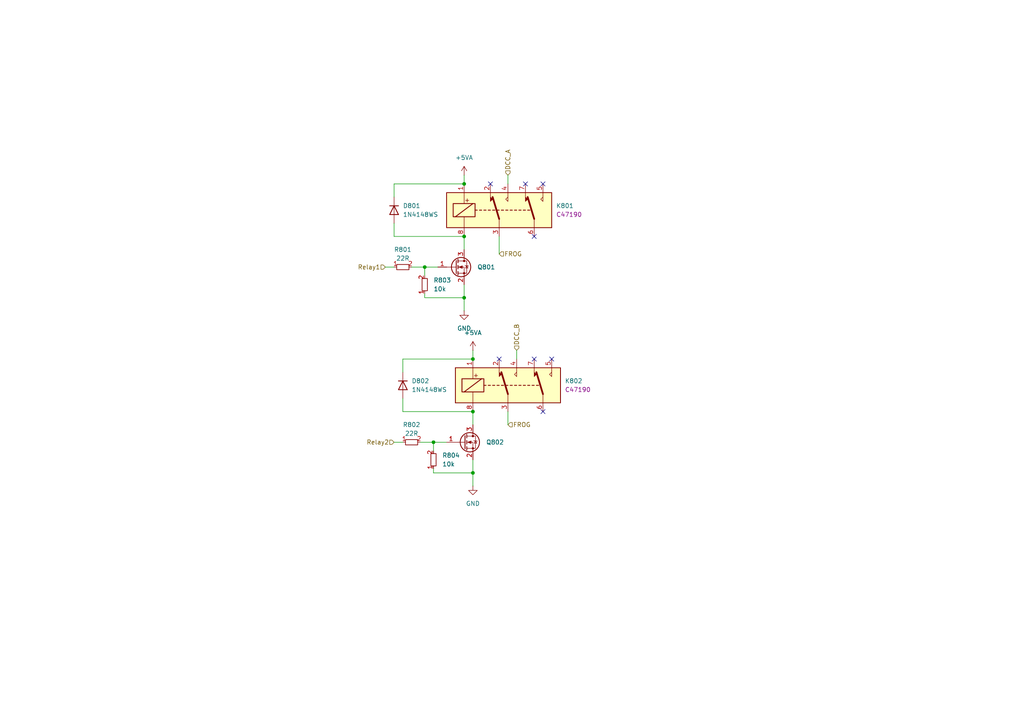
<source format=kicad_sch>
(kicad_sch (version 20231120) (generator "eeschema") (generator_version "8.0")
  (paper "A4")
  (title_block (company "Train-Science"))
  (lib_symbols
    (symbol "custom_kicad_lib_sk:1N4148WS" (pin_numbers hide) (pin_names hide)
      (property "Reference" "D" (at 0 2.54 0))
      (property "Value" "1N4148WS" (at 0 -2.54 0))
      (symbol "1N4148WS_0_1"
        (polyline (pts (xy -1.27 1.27) (xy -1.27 -1.27)) (stroke (width 0.254)))
        (polyline (pts (xy 1.27 0) (xy -1.27 0)))
        (polyline (pts (xy 1.27 1.27) (xy 1.27 -1.27) (xy -1.27 0) (xy 1.27 1.27)) (stroke (width 0.254)))
      )
      (symbol "1N4148WS_1_1"
        (pin passive line (at -3.81 0 0) (length 2.54) (name "K") (number "1"))
        (pin passive line (at 3.81 0 180) (length 2.54) (name "A") (number "2"))
      )
    )
    (symbol "custom_kicad_lib_sk:AO3400A" (pin_names hide)
      (property "Reference" "Q" (at 5.08 1.905 0))
      (symbol "AO3400A_0_1"
        (polyline (pts (xy 0.254 0) (xy -2.54 0)))
        (polyline (pts (xy 0.254 1.905) (xy 0.254 -1.905)) (stroke (width 0.254)))
        (polyline (pts (xy 0.762 -1.27) (xy 0.762 -2.286)) (stroke (width 0.254)))
        (polyline (pts (xy 0.762 0.508) (xy 0.762 -0.508)) (stroke (width 0.254)))
        (polyline (pts (xy 0.762 2.286) (xy 0.762 1.27)) (stroke (width 0.254)))
        (polyline (pts (xy 2.54 2.54) (xy 2.54 1.778)))
        (polyline (pts (xy 2.54 -2.54) (xy 2.54 0) (xy 0.762 0)))
        (polyline (pts (xy 0.762 -1.778) (xy 3.302 -1.778) (xy 3.302 1.778) (xy 0.762 1.778)))
        (polyline (pts (xy 1.016 0) (xy 2.032 0.381) (xy 2.032 -0.381) (xy 1.016 0)) (fill (type outline)))
        (polyline (pts (xy 2.794 0.508) (xy 2.921 0.381) (xy 3.683 0.381) (xy 3.81 0.254)))
        (polyline (pts (xy 3.302 0.381) (xy 2.921 -0.254) (xy 3.683 -0.254) (xy 3.302 0.381)))
        (circle (center 1.651 0) (radius 2.794) (stroke (width 0.254)))
        (circle (center 2.54 -1.778) (radius 0.254) (fill (type outline)))
        (circle (center 2.54 1.778) (radius 0.254) (fill (type outline)))
      )
      (symbol "AO3400A_1_1"
        (pin input line (at -5.08 0 0) (length 2.54) (name "G") (number "1"))
        (pin passive line (at 2.54 -5.08 90) (length 2.54) (name "S") (number "2"))
        (pin passive line (at 2.54 5.08 270) (length 2.54) (name "D") (number "3"))
      )
    )
    (symbol "custom_kicad_lib_sk:G6K-2"
      (property "Reference" "K" (at 16.51 3.81 0))
      (property "JLCPCB Part#" "C47190" (at 0 0 0))
      (symbol "G6K-2_0_0"
        (text "+" (at -9.271 2.921 0) (effects (font (size 1.27 1.27))))
      )
      (symbol "G6K-2_0_1"
        (rectangle (start -15.24 5.08) (end 15.24 -5.08) (stroke (width 0.254)) (fill (type background)))
        (rectangle (start -13.335 1.905) (end -6.985 -1.905) (stroke (width 0.254)))
        (polyline (pts (xy -12.7 -1.905) (xy -7.62 1.905)) (stroke (width 0.254)))
        (polyline (pts (xy -10.16 -5.08) (xy -10.16 -1.905)))
        (polyline (pts (xy -10.16 5.08) (xy -10.16 1.905)))
        (polyline (pts (xy -6.985 0) (xy -6.35 0)) (stroke (width 0.254)))
        (polyline (pts (xy -5.715 0) (xy -5.08 0)) (stroke (width 0.254)))
        (polyline (pts (xy -4.445 0) (xy -3.81 0)) (stroke (width 0.254)))
        (polyline (pts (xy -3.175 0) (xy -2.54 0)) (stroke (width 0.254)))
        (polyline (pts (xy -1.905 0) (xy -1.27 0)) (stroke (width 0.254)))
        (polyline (pts (xy -0.635 0) (xy 0 0)) (stroke (width 0.254)))
        (polyline (pts (xy 0 -2.54) (xy -1.905 3.81)) (stroke (width 0.508)))
        (polyline (pts (xy 0 -2.54) (xy 0 -5.08)))
        (polyline (pts (xy 0.635 0) (xy 1.27 0)) (stroke (width 0.254)))
        (polyline (pts (xy 1.905 0) (xy 2.54 0)) (stroke (width 0.254)))
        (polyline (pts (xy 3.175 0) (xy 3.81 0)) (stroke (width 0.254)))
        (polyline (pts (xy 4.445 0) (xy 5.08 0)) (stroke (width 0.254)))
        (polyline (pts (xy 5.715 0) (xy 6.35 0)) (stroke (width 0.254)))
        (polyline (pts (xy 6.985 0) (xy 7.62 0)) (stroke (width 0.254)))
        (polyline (pts (xy 8.255 0) (xy 8.89 0)) (stroke (width 0.254)))
        (polyline (pts (xy 10.16 -2.54) (xy 8.255 3.81)) (stroke (width 0.508)))
        (polyline (pts (xy 10.16 -2.54) (xy 10.16 -5.08)))
        (polyline (pts (xy -2.54 5.08) (xy -2.54 2.54) (xy -1.905 3.175) (xy -2.54 3.81)) (fill (type outline)))
        (polyline (pts (xy 2.54 5.08) (xy 2.54 2.54) (xy 1.905 3.175) (xy 2.54 3.81)))
        (polyline (pts (xy 7.62 5.08) (xy 7.62 2.54) (xy 8.255 3.175) (xy 7.62 3.81)) (fill (type outline)))
        (polyline (pts (xy 12.7 5.08) (xy 12.7 2.54) (xy 12.065 3.175) (xy 12.7 3.81)))
      )
      (symbol "G6K-2_1_1"
        (pin passive line (at -10.16 7.62 270) (length 2.54) (name "~") (number "1"))
        (pin passive line (at -2.54 7.62 270) (length 2.54) (name "~") (number "2"))
        (pin passive line (at 0 -7.62 90) (length 2.54) (name "~") (number "3"))
        (pin passive line (at 2.54 7.62 270) (length 2.54) (name "~") (number "4"))
        (pin passive line (at 12.7 7.62 270) (length 2.54) (name "~") (number "5"))
        (pin passive line (at 10.16 -7.62 90) (length 2.54) (name "~") (number "6"))
        (pin passive line (at 7.62 7.62 270) (length 2.54) (name "~") (number "7"))
        (pin passive line (at -10.16 -7.62 90) (length 2.54) (name "~") (number "8"))
      )
    )
    (symbol "power:+5VA" (power) (pin_numbers hide) (pin_names (offset 0) hide)
      (property "Value" "+5VA" (at 0 3.556 0))
      (symbol "+5VA_0_1"
        (polyline (pts (xy -0.762 1.27) (xy 0 2.54)))
        (polyline (pts (xy 0 0) (xy 0 2.54)))
        (polyline (pts (xy 0 2.54) (xy 0.762 1.27)))
      )
      (symbol "+5VA_1_1"
        (pin power_in line (at 0 0 90) (length 0) (name "~") (number "1"))
      )
    )
    (symbol "power:GND" (power) (pin_numbers hide) (pin_names (offset 0) hide)
      (property "Value" "GND" (at 0 -3.81 0))
      (symbol "GND_0_1"
        (polyline (pts (xy 0 0) (xy 0 -1.27) (xy 1.27 -1.27) (xy 0 -2.54) (xy -1.27 -1.27) (xy 0 -1.27)))
      )
      (symbol "GND_1_1"
        (pin power_in line (at 0 0 270) (length 0) (name "~") (number "1"))
      )
    )
    (symbol "resistors_0603:R_10k_0603"
      (property "Reference" "R" (at 1.27 2.54 0))
      (property "Value" "10k" (at 2.54 -2.54 0))
      (symbol "R_10k_0603_0_1"
        (rectangle (start -0.762 1.778) (end 0.762 -1.778) (stroke (width 0.2032)))
      )
      (symbol "R_10k_0603_1_1"
        (pin passive line (at 0 2.54 270) (length 0.762) (name "~") (number "1"))
        (pin passive line (at 0 -2.54 90) (length 0.762) (name "~") (number "2"))
      )
    )
    (symbol "resistors_0603:R_22R_0603"
      (property "Reference" "R" (at 1.27 2.54 0))
      (property "Value" "22R" (at 2.54 -2.54 0))
      (symbol "R_22R_0603_0_1"
        (rectangle (start -0.762 1.778) (end 0.762 -1.778) (stroke (width 0.2032)))
      )
      (symbol "R_22R_0603_1_1"
        (pin passive line (at 0 2.54 270) (length 0.762) (name "~") (number "1"))
        (pin passive line (at 0 -2.54 90) (length 0.762) (name "~") (number "2"))
      )
    )
  )
  (junction (at 137.16 137.16))
  (junction (at 134.62 68.58))
  (junction (at 137.16 119.38))
  (junction (at 137.16 104.14))
  (junction (at 134.62 53.34))
  (junction (at 134.62 86.36))
  (junction (at 123.19 77.47))
  (junction (at 125.73 128.27))
  (no_connect (at 144.78 104.14))
  (no_connect (at 154.94 104.14))
  (no_connect (at 154.94 68.58))
  (no_connect (at 152.4 53.34))
  (no_connect (at 157.48 53.34))
  (no_connect (at 142.24 53.34))
  (no_connect (at 157.48 119.38))
  (no_connect (at 160.02 104.14))
  (wire (pts (xy 114.3 64.77) (xy 114.3 68.58)))
  (wire (pts (xy 123.19 86.36) (xy 134.62 86.36)))
  (wire (pts (xy 125.73 137.16) (xy 125.73 135.89)))
  (wire (pts (xy 125.73 128.27) (xy 129.54 128.27)))
  (wire (pts (xy 111.76 77.47) (xy 114.3 77.47)))
  (wire (pts (xy 123.19 86.36) (xy 123.19 85.09)))
  (wire (pts (xy 134.62 53.34) (xy 114.3 53.34)))
  (wire (pts (xy 116.84 104.14) (xy 116.84 107.95)))
  (wire (pts (xy 121.92 128.27) (xy 125.73 128.27)))
  (wire (pts (xy 137.16 140.97) (xy 137.16 137.16)))
  (wire (pts (xy 134.62 50.8) (xy 134.62 53.34)))
  (wire (pts (xy 134.62 90.17) (xy 134.62 86.36)))
  (wire (pts (xy 116.84 119.38) (xy 137.16 119.38)))
  (wire (pts (xy 123.19 77.47) (xy 127 77.47)))
  (wire (pts (xy 134.62 68.58) (xy 134.62 72.39)))
  (wire (pts (xy 147.32 119.38) (xy 147.32 123.19)))
  (wire (pts (xy 114.3 68.58) (xy 134.62 68.58)))
  (wire (pts (xy 137.16 104.14) (xy 116.84 104.14)))
  (wire (pts (xy 147.32 50.8) (xy 147.32 53.34)))
  (wire (pts (xy 134.62 82.55) (xy 134.62 86.36)))
  (wire (pts (xy 125.73 128.27) (xy 125.73 130.81)))
  (wire (pts (xy 137.16 119.38) (xy 137.16 123.19)))
  (wire (pts (xy 114.3 53.34) (xy 114.3 57.15)))
  (wire (pts (xy 116.84 115.57) (xy 116.84 119.38)))
  (wire (pts (xy 123.19 77.47) (xy 123.19 80.01)))
  (wire (pts (xy 144.78 68.58) (xy 144.78 73.66)))
  (wire (pts (xy 119.38 77.47) (xy 123.19 77.47)))
  (wire (pts (xy 114.3 128.27) (xy 116.84 128.27)))
  (wire (pts (xy 137.16 133.35) (xy 137.16 137.16)))
  (wire (pts (xy 137.16 101.6) (xy 137.16 104.14)))
  (wire (pts (xy 149.86 101.6) (xy 149.86 104.14)))
  (wire (pts (xy 125.73 137.16) (xy 137.16 137.16)))
  (hierarchical_label "DCC_B" (shape input) (at 149.86 101.6 90))
  (hierarchical_label "Relay2" (shape input) (at 114.3 128.27 180))
  (hierarchical_label "DCC_A" (shape input) (at 147.32 50.8 90))
  (hierarchical_label "FROG" (shape input) (at 147.32 123.19 0))
  (hierarchical_label "FROG" (shape input) (at 144.78 73.66 0))
  (hierarchical_label "Relay1" (shape input) (at 111.76 77.47 180))
  (symbol (lib_id "power:GND") (at 137.16 140.97 0) (unit 1)
    (property "Reference" "#PWR0804" (effects (hide yes)))
    (property "Value" "GND" (at 137.16 146.05 0))
    (property "Description" "Power symbol creates a global label with name \"GND\" , ground" (effects (hide yes)))
    (instances (project "OS-ServoDriver" (path "" (reference "#PWR0804") (unit 1)) (path "" (reference "#PWR0904") (unit 1)) (path "" (reference "#PWR01004") (unit 1)) (path "" (reference "#PWR01104") (unit 1))))
  )
  (symbol (lib_id "resistors_0603:R_10k_0603") (at 125.73 133.35 180) (unit 1)
    (property "Reference" "R804" (at 128.27 132.08 0) (effects (justify right)))
    (property "Value" "10k" (at 128.27 134.62 0) (effects (justify right)))
    (property "Footprint" "custom_kicad_lib_sk:R_0603_smalltext" (effects (hide yes)))
    (property "JLCPCB Part#" "C25804" (effects (hide yes)))
    (instances (project "OS-ServoDriver" (path "" (reference "R804") (unit 1)) (path "" (reference "R907") (unit 1)) (path "" (reference "R1004") (unit 1)) (path "" (reference "R1104") (unit 1))))
  )
  (symbol (lib_id "power:+5VA") (at 134.62 50.8 0) (unit 1)
    (property "Reference" "#PWR0901" (effects (hide yes)))
    (property "Value" "+5VA" (at 134.62 45.72 0))
    (property "Description" "Power symbol creates a global label with name \"+5VA\"" (effects (hide yes)))
    (instances (project "OS-ServoDriver" (path "" (reference "#PWR0901") (unit 1)) (path "" (reference "#PWR0801") (unit 1)) (path "" (reference "#PWR01001") (unit 1)) (path "" (reference "#PWR01101") (unit 1))))
  )
  (symbol (lib_id "resistors_0603:R_22R_0603") (at 119.38 128.27 90) (unit 1)
    (property "Reference" "R802" (at 119.38 123.19 90))
    (property "Value" "22R" (at 119.38 125.73 90))
    (property "Footprint" "custom_kicad_lib_sk:R_0603_smalltext" (effects (hide yes)))
    (property "JLCPCB Part#" "C23345" (effects (hide yes)))
    (instances (project "OS-ServoDriver" (path "" (reference "R802") (unit 1)) (path "" (reference "R905") (unit 1)) (path "" (reference "R1002") (unit 1)) (path "" (reference "R1102") (unit 1))))
  )
  (symbol (lib_id "resistors_0603:R_22R_0603") (at 116.84 77.47 90) (unit 1)
    (property "Reference" "R801" (at 116.84 72.39 90))
    (property "Value" "22R" (at 116.84 74.93 90))
    (property "Footprint" "custom_kicad_lib_sk:R_0603_smalltext" (effects (hide yes)))
    (property "JLCPCB Part#" "C23345" (effects (hide yes)))
    (instances (project "OS-ServoDriver" (path "" (reference "R801") (unit 1)) (path "" (reference "R904") (unit 1)) (path "" (reference "R1001") (unit 1)) (path "" (reference "R1101") (unit 1))))
  )
  (symbol (lib_id "custom_kicad_lib_sk:1N4148WS") (at 114.3 60.96 270) (unit 1)
    (property "Reference" "D801" (at 116.84 59.69 90) (effects (justify left)))
    (property "Value" "1N4148WS" (at 116.84 62.23 90) (effects (justify left)))
    (property "Footprint" "Diode_SMD:D_SOD-323" (effects (hide yes)))
    (property "Datasheet" "https://www.vishay.com/docs/85751/1n4148ws.pdf" (effects (hide yes)))
    (property "Sim.Device" "D" (effects (hide yes)))
    (property "Sim.Pins" "1=K 2=A" (effects (hide yes)))
    (property "JLCPCB Part#" "C2128" (effects (hide yes)))
    (instances (project "OS-ServoDriver" (path "" (reference "D801") (unit 1)) (path "" (reference "D901") (unit 1)) (path "" (reference "D1001") (unit 1)) (path "" (reference "D1101") (unit 1))))
  )
  (symbol (lib_id "power:GND") (at 134.62 90.17 0) (unit 1)
    (property "Reference" "#PWR0902" (effects (hide yes)))
    (property "Value" "GND" (at 134.62 95.25 0))
    (property "Description" "Power symbol creates a global label with name \"GND\" , ground" (effects (hide yes)))
    (instances (project "OS-ServoDriver" (path "" (reference "#PWR0902") (unit 1)) (path "" (reference "#PWR0802") (unit 1)) (path "" (reference "#PWR01002") (unit 1)) (path "" (reference "#PWR01102") (unit 1))))
  )
  (symbol (lib_id "custom_kicad_lib_sk:1N4148WS") (at 116.84 111.76 270) (unit 1)
    (property "Reference" "D802" (at 119.38 110.49 90) (effects (justify left)))
    (property "Value" "1N4148WS" (at 119.38 113.03 90) (effects (justify left)))
    (property "Footprint" "Diode_SMD:D_SOD-323" (effects (hide yes)))
    (property "Datasheet" "https://www.vishay.com/docs/85751/1n4148ws.pdf" (effects (hide yes)))
    (property "Sim.Device" "D" (effects (hide yes)))
    (property "Sim.Pins" "1=K 2=A" (effects (hide yes)))
    (property "JLCPCB Part#" "C2128" (effects (hide yes)))
    (instances (project "OS-ServoDriver" (path "" (reference "D802") (unit 1)) (path "" (reference "D902") (unit 1)) (path "" (reference "D1002") (unit 1)) (path "" (reference "D1102") (unit 1))))
  )
  (symbol (lib_id "custom_kicad_lib_sk:G6K-2") (at 144.78 60.96 0) (unit 1)
    (property "Reference" "K801" (at 161.29 59.69 0) (effects (justify left)))
    (property "Value" "G6K-2F-Y-TR DC5" (effects (hide yes)))
    (property "Footprint" "Relay_SMD:Relay_DPDT_Omron_G6K-2F-Y" (effects (hide yes)))
    (property "Datasheet" "http://omronfs.omron.com/en_US/ecb/products/pdf/en-g6k.pdf" (effects (hide yes)))
    (property "JLCPCB Part#" "C47190" (at 161.29 62.23 0) (effects (justify left)))
    (instances (project "OS-ServoDriver" (path "" (reference "K801") (unit 1)) (path "" (reference "K901") (unit 1)) (path "" (reference "K1001") (unit 1)) (path "" (reference "K1101") (unit 1))))
  )
  (symbol (lib_id "custom_kicad_lib_sk:G6K-2") (at 147.32 111.76 0) (unit 1)
    (property "Reference" "K802" (at 163.83 110.49 0) (effects (justify left)))
    (property "Value" "G6K-2F-Y-TR DC5" (effects (hide yes)))
    (property "Footprint" "Relay_SMD:Relay_DPDT_Omron_G6K-2F-Y" (effects (hide yes)))
    (property "Datasheet" "http://omronfs.omron.com/en_US/ecb/products/pdf/en-g6k.pdf" (effects (hide yes)))
    (property "JLCPCB Part#" "C47190" (at 163.83 113.03 0) (effects (justify left)))
    (instances (project "OS-ServoDriver" (path "" (reference "K802") (unit 1)) (path "" (reference "K902") (unit 1)) (path "" (reference "K1002") (unit 1)) (path "" (reference "K1102") (unit 1))))
  )
  (symbol (lib_id "custom_kicad_lib_sk:AO3400A") (at 134.62 128.27 0) (unit 1)
    (property "Reference" "Q802" (at 140.97 128.27 0) (effects (font (size 1.28 1.28)) (justify left)))
    (property "Value" "AO3400A" (effects (hide yes)))
    (property "Footprint" "Package_TO_SOT_SMD:SOT-23" (effects (hide yes)))
    (property "Datasheet" "http://www.aosmd.com/pdfs/datasheet/AO3400A.pdf" (effects (hide yes)))
    (property "JLCPCB Part#" "C20917" (effects (hide yes)))
    (instances (project "OS-ServoDriver" (path "" (reference "Q802") (unit 1)) (path "" (reference "Q902") (unit 1)) (path "" (reference "Q1002") (unit 1)) (path "" (reference "Q1102") (unit 1))))
  )
  (symbol (lib_id "power:+5VA") (at 137.16 101.6 0) (unit 1)
    (property "Reference" "#PWR0803" (effects (hide yes)))
    (property "Value" "+5VA" (at 137.16 96.52 0))
    (property "Description" "Power symbol creates a global label with name \"+5VA\"" (effects (hide yes)))
    (instances (project "OS-ServoDriver" (path "" (reference "#PWR0803") (unit 1)) (path "" (reference "#PWR0903") (unit 1)) (path "" (reference "#PWR01003") (unit 1)) (path "" (reference "#PWR01103") (unit 1))))
  )
  (symbol (lib_id "resistors_0603:R_10k_0603") (at 123.19 82.55 180) (unit 1)
    (property "Reference" "R803" (at 125.73 81.28 0) (effects (justify right)))
    (property "Value" "10k" (at 125.73 83.82 0) (effects (justify right)))
    (property "Footprint" "custom_kicad_lib_sk:R_0603_smalltext" (effects (hide yes)))
    (property "JLCPCB Part#" "C25804" (effects (hide yes)))
    (instances (project "OS-ServoDriver" (path "" (reference "R803") (unit 1)) (path "" (reference "R906") (unit 1)) (path "" (reference "R1003") (unit 1)) (path "" (reference "R1103") (unit 1))))
  )
  (symbol (lib_id "custom_kicad_lib_sk:AO3400A") (at 132.08 77.47 0) (unit 1)
    (property "Reference" "Q801" (at 138.43 77.47 0) (effects (font (size 1.28 1.28)) (justify left)))
    (property "Value" "AO3400A" (effects (hide yes)))
    (property "Footprint" "Package_TO_SOT_SMD:SOT-23" (effects (hide yes)))
    (property "Datasheet" "http://www.aosmd.com/pdfs/datasheet/AO3400A.pdf" (effects (hide yes)))
    (property "JLCPCB Part#" "C20917" (effects (hide yes)))
    (instances (project "OS-ServoDriver" (path "" (reference "Q801") (unit 1)) (path "" (reference "Q901") (unit 1)) (path "" (reference "Q1001") (unit 1)) (path "" (reference "Q1101") (unit 1))))
  )
)
</source>
